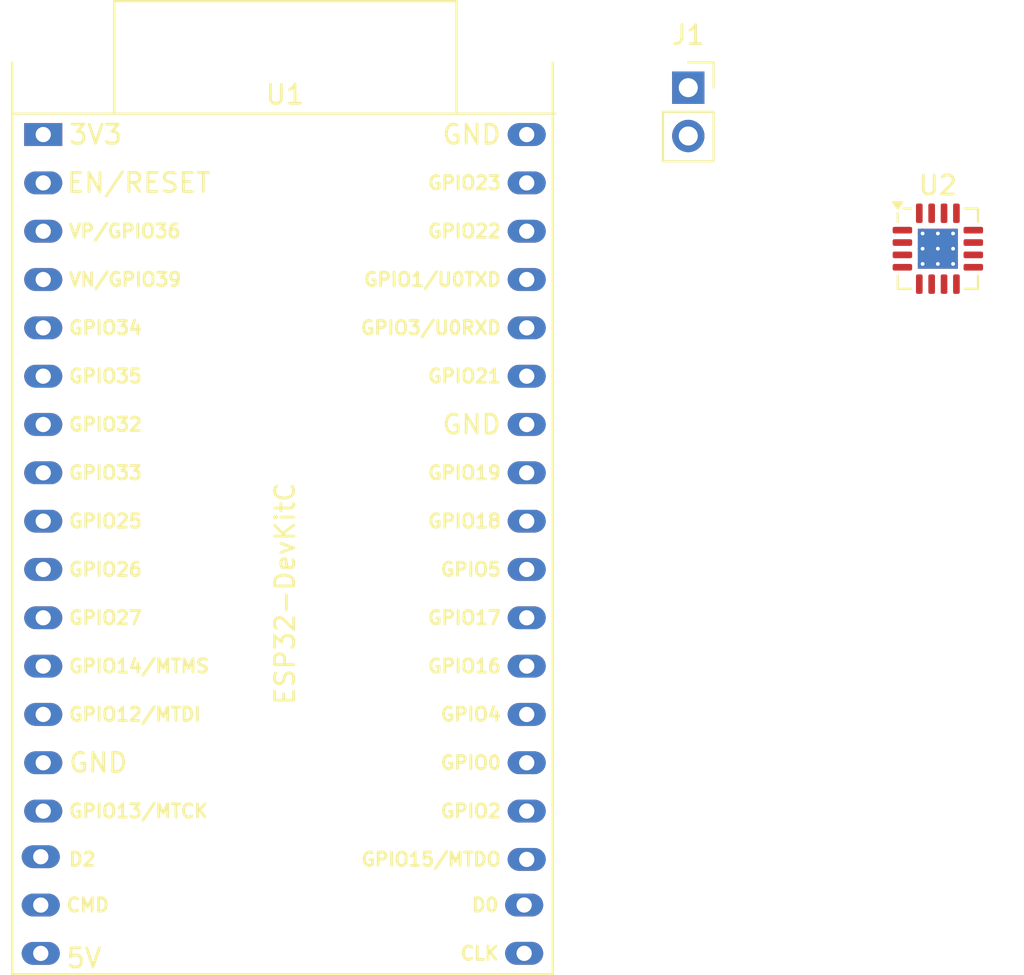
<source format=kicad_pcb>
(kicad_pcb (version 20240108) (generator "pcbnew") (generator_version "8.0")
  (layers (0 "F.Cu" signal) (31 "B.Cu" signal) (34 "B.Paste" user) (35 "F.Paste" user) (36 "B.SilkS" user "B.Silkscreen") (37 "F.SilkS" user "F.Silkscreen") (38 "B.Mask" user) (39 "F.Mask" user) (44 "Edge.Cuts" user))
  (net 0 "")
  (net 1 "GND")
  (net 2 "+9V")
  (footprint "PCM_Espressif:ESP32-DevKitC" (layer "F.Cu") (at 97.5 63.5)
    (property "Reference" "U1" (at 12.7 -2.1 0) (layer "F.SilkS"))
    (property "Value" "ESP32-DevKitC" (at 12.7 24.13 90) (layer "F.SilkS"))
    (fp_line (start -1.63 44.14) (end 26.769999 44.14) (stroke (width 0.12)) (layer "F.SilkS"))
    (fp_line (start -1.629999 -3.78) (end -1.63 44.14) (stroke (width 0.12)) (layer "F.SilkS"))
    (fp_line (start 3.73012 -7.01312) (end 21.71332 -7.01312) (stroke (width 0.12)) (layer "F.SilkS"))
    (fp_line (start 3.73012 -1.12032) (end 3.73012 -7.01312) (stroke (width 0.12)) (layer "F.SilkS"))
    (fp_line (start 21.71332 -7.01312) (end 21.71332 -1.12032) (stroke (width 0.12)) (layer "F.SilkS"))
    (fp_line (start 26.769999 44.14) (end 26.77 -3.78) (stroke (width 0.12)) (layer "F.SilkS"))
    (fp_line (start 26.9 -1.1) (end -1.499999 -1.1) (stroke (width 0.12)) (layer "F.SilkS"))
    (fp_text user "3V3" (at 1.27 0 0) (layer "F.SilkS") (effects (justify left)))
    (fp_text user "GPIO15/MTDO" (at 24.13 38.1 0) (layer "F.SilkS") (effects (font (size 0.7 0.7)) (justify right)))
    (fp_text user "GPIO25" (at 1.27 20.32 0) (layer "F.SilkS") (effects (font (size 0.7 0.7)) (justify left)))
    (fp_text user "GPIO35" (at 1.27 12.7 0) (layer "F.SilkS") (effects (font (size 0.7 0.7)) (justify left)))
    (fp_text user "CMD" (at 1.14 40.5 0) (layer "F.SilkS") (effects (font (size 0.7 0.7)) (justify left)))
    (fp_text user "GPIO13/MTCK" (at 1.27 35.56 0) (layer "F.SilkS") (effects (font (size 0.7 0.7)) (justify left)))
    (fp_text user "GND" (at 24.13 15.24 0) (layer "F.SilkS") (effects (justify right)))
    (fp_text user "GPIO32" (at 1.27 15.24 0) (layer "F.SilkS") (effects (font (size 0.7 0.7)) (justify left)))
    (fp_text user "GPIO14/MTMS" (at 1.27 27.94 0) (layer "F.SilkS") (effects (font (size 0.7 0.7)) (justify left)))
    (fp_text user "GPIO4" (at 24.13 30.48 0) (layer "F.SilkS") (effects (font (size 0.7 0.7)) (justify right)))
    (fp_text user "VP/GPIO36" (at 1.27 5.08 0) (layer "F.SilkS") (effects (font (size 0.7 0.7)) (justify left)))
    (fp_text user "GPIO0" (at 24.13 33.02 0) (layer "F.SilkS") (effects (font (size 0.7 0.7)) (justify right)))
    (fp_text user "GPIO1/U0TXD" (at 24.13 7.62 0) (layer "F.SilkS") (effects (font (size 0.7 0.7)) (justify right)))
    (fp_text user "GND" (at 1.27 33.02 0) (layer "F.SilkS") (effects (justify left)))
    (fp_text user "GPIO3/U0RXD" (at 24.13 10.16 0) (layer "F.SilkS") (effects (font (size 0.7 0.7)) (justify right)))
    (fp_text user "GPIO19" (at 24.13 17.78 0) (layer "F.SilkS") (effects (font (size 0.7 0.7)) (justify right)))
    (fp_text user "GPIO17" (at 24.13 25.4 0) (layer "F.SilkS") (effects (font (size 0.7 0.7)) (justify right)))
    (fp_text user "GPIO21" (at 24.13 12.7 0) (layer "F.SilkS") (effects (font (size 0.7 0.7)) (justify right)))
    (fp_text user "GPIO26" (at 1.27 22.86 0) (layer "F.SilkS") (effects (font (size 0.7 0.7)) (justify left)))
    (fp_text user "5V" (at 1.13632 43.29128 0) (layer "F.SilkS") (effects (justify left)))
    (fp_text user "GPIO34" (at 1.27 10.16 0) (layer "F.SilkS") (effects (font (size 0.7 0.7)) (justify left)))
    (fp_text user "GPIO12/MTDI" (at 1.27 30.48 0) (layer "F.SilkS") (effects (font (size 0.7 0.7)) (justify left)))
    (fp_text user "GPIO18" (at 24.13 20.32 0) (layer "F.SilkS") (effects (font (size 0.7 0.7)) (justify right)))
    (fp_text user "GPIO27" (at 1.27 25.4 0) (layer "F.SilkS") (effects (font (size 0.7 0.7)) (justify left)))
    (fp_text user "VN/GPIO39" (at 1.27 7.62 0) (layer "F.SilkS") (effects (font (size 0.7 0.7)) (justify left)))
    (fp_text user "D2" (at 1.27 38.1 0) (layer "F.SilkS") (effects (font (size 0.7 0.7)) (justify left)))
    (fp_text user "D0" (at 24 40.5 0) (layer "F.SilkS") (effects (font (size 0.7 0.7)) (justify right)))
    (fp_text user "CLK" (at 24 43.04 0) (layer "F.SilkS") (effects (font (size 0.7 0.7)) (justify right)))
    (fp_text user "GPIO33" (at 1.27 17.78 0) (layer "F.SilkS") (effects (font (size 0.7 0.7)) (justify left)))
    (fp_text user "GPIO22" (at 24.13 5.08 0) (layer "F.SilkS") (effects (font (size 0.7 0.7)) (justify right)))
    (fp_text user "GND" (at 24.13 0 0) (layer "F.SilkS") (effects (justify right)))
    (fp_text user "GPIO5" (at 24.13 22.86 0) (layer "F.SilkS") (effects (font (size 0.7 0.7)) (justify right)))
    (fp_text user "GPIO16" (at 24.13 27.94 0) (layer "F.SilkS") (effects (font (size 0.7 0.7)) (justify right)))
    (fp_text user "GPIO23" (at 24.13 2.54 0) (layer "F.SilkS") (effects (font (size 0.7 0.7)) (justify right)))
    (fp_text user "EN/RESET" (at 8.88632 2.53728 0) (layer "F.SilkS") (effects (justify right)))
    (fp_text user "GPIO2" (at 24.13 35.56 0) (layer "F.SilkS") (effects (font (size 0.7 0.7)) (justify right)))
    (pad "1" thru_hole rect (at 0 0 270) (size 1.2 2) (drill 0.8) (layers "*.Cu" "*.Mask"))
    (pad "2" thru_hole oval (at 0 2.54 270) (size 1.2 2) (drill 0.8) (layers "*.Cu" "*.Mask"))
    (pad "3" thru_hole oval (at 0 5.08 270) (size 1.2 2) (drill 0.8) (layers "*.Cu" "*.Mask"))
    (pad "4" thru_hole oval (at 0 7.62 270) (size 1.2 2) (drill 0.8) (layers "*.Cu" "*.Mask"))
    (pad "5" thru_hole oval (at 0 10.16 270) (size 1.2 2) (drill 0.8) (layers "*.Cu" "*.Mask"))
    (pad "6" thru_hole oval (at 0 12.7 270) (size 1.2 2) (drill 0.8) (layers "*.Cu" "*.Mask"))
    (pad "7" thru_hole oval (at 0 15.24 270) (size 1.2 2) (drill 0.8) (layers "*.Cu" "*.Mask"))
    (pad "8" thru_hole oval (at 0 17.78 270) (size 1.2 2) (drill 0.8) (layers "*.Cu" "*.Mask"))
    (pad "9" thru_hole oval (at 0 20.32 270) (size 1.2 2) (drill 0.8) (layers "*.Cu" "*.Mask"))
    (pad "10" thru_hole oval (at 0 22.86 270) (size 1.2 2) (drill 0.8) (layers "*.Cu" "*.Mask"))
    (pad "11" thru_hole oval (at 0 25.4 270) (size 1.2 2) (drill 0.8) (layers "*.Cu" "*.Mask"))
    (pad "12" thru_hole oval (at 0 27.94 270) (size 1.2 2) (drill 0.8) (layers "*.Cu" "*.Mask"))
    (pad "13" thru_hole oval (at 0 30.48 270) (size 1.2 2) (drill 0.8) (layers "*.Cu" "*.Mask"))
    (pad "14" thru_hole oval (at 0 33.02 270) (size 1.2 2) (drill 0.8) (layers "*.Cu" "*.Mask") (net 1 "GND"))
    (pad "15" thru_hole oval (at 0 35.56 270) (size 1.2 2) (drill 0.8) (layers "*.Cu" "*.Mask"))
    (pad "17" thru_hole oval (at -0.13 37.96 270) (size 1.2 2) (drill 0.8) (layers "*.Cu" "*.Mask"))
    (pad "18" thru_hole oval (at -0.13 40.5 270) (size 1.2 2) (drill 0.8) (layers "*.Cu" "*.Mask"))
    (pad "19" thru_hole oval (at -0.13 43.04 270) (size 1.2 2) (drill 0.8) (layers "*.Cu" "*.Mask") (net 2 "+9V"))
    (pad "20" thru_hole oval (at 25.26632 43.03728 270) (size 1.2 2) (drill 0.8) (layers "*.Cu" "*.Mask"))
    (pad "21" thru_hole oval (at 25.26632 40.49728 270) (size 1.2 2) (drill 0.8) (layers "*.Cu" "*.Mask"))
    (pad "23" thru_hole oval (at 25.4 38.1 270) (size 1.2 2) (drill 0.8) (layers "*.Cu" "*.Mask"))
    (pad "24" thru_hole oval (at 25.4 35.56 270) (size 1.2 2) (drill 0.8) (layers "*.Cu" "*.Mask"))
    (pad "25" thru_hole oval (at 25.4 33.02 270) (size 1.2 2) (drill 0.8) (layers "*.Cu" "*.Mask"))
    (pad "26" thru_hole oval (at 25.4 30.48 270) (size 1.2 2) (drill 0.8) (layers "*.Cu" "*.Mask"))
    (pad "27" thru_hole oval (at 25.4 27.94 270) (size 1.2 2) (drill 0.8) (layers "*.Cu" "*.Mask"))
    (pad "28" thru_hole oval (at 25.4 25.4 270) (size 1.2 2) (drill 0.8) (layers "*.Cu" "*.Mask"))
    (pad "29" thru_hole oval (at 25.4 22.86 270) (size 1.2 2) (drill 0.8) (layers "*.Cu" "*.Mask"))
    (pad "30" thru_hole oval (at 25.4 20.32 270) (size 1.2 2) (drill 0.8) (layers "*.Cu" "*.Mask"))
    (pad "31" thru_hole oval (at 25.4 17.78 270) (size 1.2 2) (drill 0.8) (layers "*.Cu" "*.Mask"))
    (pad "32" thru_hole oval (at 25.4 15.24 270) (size 1.2 2) (drill 0.8) (layers "*.Cu" "*.Mask") (net 1 "GND"))
    (pad "33" thru_hole oval (at 25.4 12.7 270) (size 1.2 2) (drill 0.8) (layers "*.Cu" "*.Mask"))
    (pad "34" thru_hole oval (at 25.4 10.16 270) (size 1.2 2) (drill 0.8) (layers "*.Cu" "*.Mask"))
    (pad "35" thru_hole oval (at 25.4 7.62 270) (size 1.2 2) (drill 0.8) (layers "*.Cu" "*.Mask"))
    (pad "36" thru_hole oval (at 25.4 5.08 270) (size 1.2 2) (drill 0.8) (layers "*.Cu" "*.Mask"))
    (pad "37" thru_hole oval (at 25.4 2.54 270) (size 1.2 2) (drill 0.8) (layers "*.Cu" "*.Mask"))
    (pad "38" thru_hole oval (at 25.4 0 270) (size 1.2 2) (drill 0.8) (layers "*.Cu" "*.Mask") (net 1 "GND"))
  )
  (footprint "Package_DFN_QFN:Texas_RTY_WQFN-16-1EP_4x4mm_P0.65mm_EP2.1x2.1mm_ThermalVias" (layer "F.Cu") (at 144.5 69.5)
    (property "Reference" "U2" (at 0 -3.33 0) (layer "F.SilkS"))
    (property "Value" "DRV8833PW")
    (fp_line (start -2.11 -1.41) (end -2.11 -1.87) (stroke (width 0.12)) (layer "F.SilkS"))
    (fp_line (start -2.11 2.11) (end -2.11 1.41) (stroke (width 0.12)) (layer "F.SilkS"))
    (fp_line (start -1.41 -2.11) (end -1.81 -2.11) (stroke (width 0.12)) (layer "F.SilkS"))
    (fp_line (start -1.41 2.11) (end -2.11 2.11) (stroke (width 0.12)) (layer "F.SilkS"))
    (fp_line (start 1.41 -2.11) (end 2.11 -2.11) (stroke (width 0.12)) (layer "F.SilkS"))
    (fp_line (start 1.41 2.11) (end 2.11 2.11) (stroke (width 0.12)) (layer "F.SilkS"))
    (fp_line (start 2.11 -2.11) (end 2.11 -1.41) (stroke (width 0.12)) (layer "F.SilkS"))
    (fp_line (start 2.11 2.11) (end 2.11 1.41) (stroke (width 0.12)) (layer "F.SilkS"))
    (fp_poly (pts (xy -2.11 -2.11) (xy -2.35 -2.44) (xy -1.87 -2.44) (xy -2.11 -2.11)) (stroke (width 0.12)) (fill solid) (layer "F.SilkS"))
    (pad "1" smd roundrect (at -1.8625 -0.975) (size 1.025 0.35) (layers "F.Cu" "F.Paste" "F.Mask"))
    (pad "2" smd roundrect (at -1.8625 -0.325) (size 1.025 0.35) (layers "F.Cu" "F.Paste" "F.Mask"))
    (pad "3" smd roundrect (at -1.8625 0.325) (size 1.025 0.35) (layers "F.Cu" "F.Paste" "F.Mask"))
    (pad "4" smd roundrect (at -1.8625 0.975) (size 1.025 0.35) (layers "F.Cu" "F.Paste" "F.Mask"))
    (pad "5" smd roundrect (at -0.975 1.8625) (size 0.35 1.025) (layers "F.Cu" "F.Paste" "F.Mask"))
    (pad "6" smd roundrect (at -0.325 1.8625) (size 0.35 1.025) (layers "F.Cu" "F.Paste" "F.Mask"))
    (pad "7" smd roundrect (at 0.325 1.8625) (size 0.35 1.025) (layers "F.Cu" "F.Paste" "F.Mask"))
    (pad "8" smd roundrect (at 0.975 1.8625) (size 0.35 1.025) (layers "F.Cu" "F.Paste" "F.Mask"))
    (pad "9" smd roundrect (at 1.8625 0.975) (size 1.025 0.35) (layers "F.Cu" "F.Paste" "F.Mask"))
    (pad "10" smd roundrect (at 1.8625 0.325) (size 1.025 0.35) (layers "F.Cu" "F.Paste" "F.Mask"))
    (pad "11" smd roundrect (at 1.8625 -0.325) (size 1.025 0.35) (layers "F.Cu" "F.Paste" "F.Mask"))
    (pad "12" smd roundrect (at 1.8625 -0.975) (size 1.025 0.35) (layers "F.Cu" "F.Paste" "F.Mask"))
    (pad "13" smd roundrect (at 0.975 -1.8625) (size 0.35 1.025) (layers "F.Cu" "F.Paste" "F.Mask"))
    (pad "14" smd roundrect (at 0.325 -1.8625) (size 0.35 1.025) (layers "F.Cu" "F.Paste" "F.Mask"))
    (pad "15" smd roundrect (at -0.325 -1.8625) (size 0.35 1.025) (layers "F.Cu" "F.Paste" "F.Mask"))
    (pad "16" smd roundrect (at -0.975 -1.8625) (size 0.35 1.025) (layers "F.Cu" "F.Paste" "F.Mask"))
    (pad "17" thru_hole circle (at -0.8 -0.8) (size 0.5 0.5) (drill 0.2) (property pad_prop_heatsink) (layers "*.Cu"))
    (pad "17" thru_hole circle (at -0.8 0) (size 0.5 0.5) (drill 0.2) (property pad_prop_heatsink) (layers "*.Cu"))
    (pad "17" thru_hole circle (at -0.8 0.8) (size 0.5 0.5) (drill 0.2) (property pad_prop_heatsink) (layers "*.Cu"))
    (pad "17" thru_hole circle (at 0 -0.8) (size 0.5 0.5) (drill 0.2) (property pad_prop_heatsink) (layers "*.Cu"))
    (pad "17" thru_hole circle (at 0 0) (size 0.5 0.5) (drill 0.2) (property pad_prop_heatsink) (layers "*.Cu"))
    (pad "17" smd rect (at 0 0) (size 2.1 2.1) (property pad_prop_heatsink) (layers "F.Cu" "F.Mask"))
    (pad "17" smd rect (at 0 0) (size 2.1 2.1) (property pad_prop_heatsink) (layers "B.Cu"))
    (pad "17" thru_hole circle (at 0 0.8) (size 0.5 0.5) (drill 0.2) (property pad_prop_heatsink) (layers "*.Cu"))
    (pad "17" thru_hole circle (at 0.8 -0.8) (size 0.5 0.5) (drill 0.2) (property pad_prop_heatsink) (layers "*.Cu"))
    (pad "17" thru_hole circle (at 0.8 0) (size 0.5 0.5) (drill 0.2) (property pad_prop_heatsink) (layers "*.Cu"))
    (pad "17" thru_hole circle (at 0.8 0.8) (size 0.5 0.5) (drill 0.2) (property pad_prop_heatsink) (layers "*.Cu"))
  )
  (footprint "Connector_PinSocket_2.54mm:PinSocket_1x02_P2.54mm_Vertical" (layer "F.Cu") (at 131.38868 61.0346)
    (property "Reference" "J1" (at 0 -2.77 0) (layer "F.SilkS"))
    (property "Value" "Bateria")
    (fp_line (start -1.33 1.27) (end -1.33 3.87) (stroke (width 0.12)) (layer "F.SilkS"))
    (fp_line (start -1.33 1.27) (end 1.33 1.27) (stroke (width 0.12)) (layer "F.SilkS"))
    (fp_line (start -1.33 3.87) (end 1.33 3.87) (stroke (width 0.12)) (layer "F.SilkS"))
    (fp_line (start 0 -1.33) (end 1.33 -1.33) (stroke (width 0.12)) (layer "F.SilkS"))
    (fp_line (start 1.33 -1.33) (end 1.33 0) (stroke (width 0.12)) (layer "F.SilkS"))
    (fp_line (start 1.33 1.27) (end 1.33 3.87) (stroke (width 0.12)) (layer "F.SilkS"))
    (pad "1" thru_hole rect (at 0 0) (size 1.7 1.7) (drill 1) (layers "*.Cu" "*.Mask") (net 2 "+9V"))
    (pad "2" thru_hole oval (at 0 2.54) (size 1.7 1.7) (drill 1) (layers "*.Cu" "*.Mask") (net 1 "GND"))
  )
)
</source>
